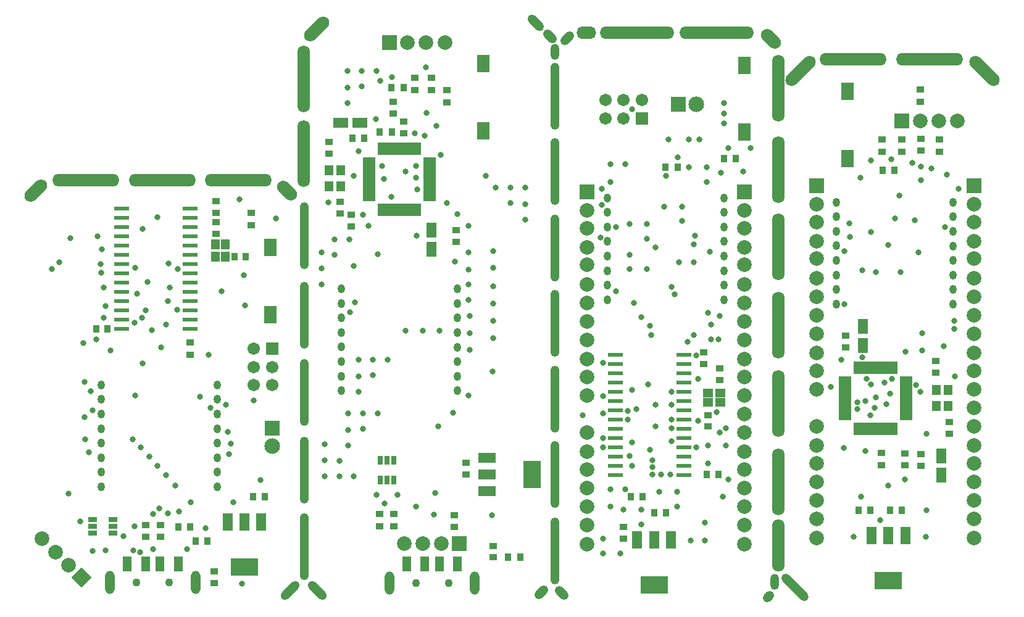
<source format=gts>
G04*
G04 #@! TF.GenerationSoftware,Altium Limited,Altium Designer,19.1.5 (86)*
G04*
G04 Layer_Color=8388736*
%FSLAX44Y44*%
%MOMM*%
G71*
G01*
G75*
%ADD18R,2.0000X0.6000*%
%ADD24R,1.2000X1.4000*%
%ADD27R,1.2000X2.0000*%
%ADD64C,1.1000*%
%ADD65O,1.3000X3.2000*%
%ADD122R,1.4224X2.4384*%
%ADD123R,3.8032X2.4032*%
%ADD124R,0.9032X1.0532*%
%ADD125R,1.8032X2.3832*%
%ADD126R,0.9900X0.9400*%
%ADD127R,1.4032X1.2032*%
%ADD128R,0.9400X0.9900*%
%ADD129O,1.0032X1.2032*%
%ADD130R,1.4332X2.0032*%
%ADD131R,0.4832X1.7632*%
%ADD132R,1.7632X0.4832*%
%ADD133R,1.0532X0.9032*%
%ADD134R,0.8032X1.2032*%
%ADD135R,2.0032X1.4332*%
%ADD136R,2.4384X1.4224*%
%ADD137R,2.4032X3.8032*%
%ADD138R,1.2032X1.4032*%
%ADD139R,1.2032X0.8032*%
G04:AMPARAMS|DCode=140|XSize=5.2032mm|YSize=1.7032mm|CornerRadius=0mm|HoleSize=0mm|Usage=FLASHONLY|Rotation=135.000|XOffset=0mm|YOffset=0mm|HoleType=Round|Shape=Round|*
%AMOVALD140*
21,1,3.5000,1.7032,0.0000,0.0000,135.0*
1,1,1.7032,1.2374,-1.2374*
1,1,1.7032,-1.2374,1.2374*
%
%ADD140OVALD140*%

G04:AMPARAMS|DCode=141|XSize=2.7032mm|YSize=1.2032mm|CornerRadius=0mm|HoleSize=0mm|Usage=FLASHONLY|Rotation=135.000|XOffset=0mm|YOffset=0mm|HoleType=Round|Shape=Round|*
%AMOVALD141*
21,1,1.5000,1.2032,0.0000,0.0000,135.0*
1,1,1.2032,0.5303,-0.5303*
1,1,1.2032,-0.5303,0.5303*
%
%ADD141OVALD141*%

G04:AMPARAMS|DCode=142|XSize=2.2032mm|YSize=1.2032mm|CornerRadius=0mm|HoleSize=0mm|Usage=FLASHONLY|Rotation=135.000|XOffset=0mm|YOffset=0mm|HoleType=Round|Shape=Round|*
%AMOVALD142*
21,1,1.0000,1.2032,0.0000,0.0000,135.0*
1,1,1.2032,0.3536,-0.3536*
1,1,1.2032,-0.3536,0.3536*
%
%ADD142OVALD142*%

%ADD143O,2.7032X1.7032*%
G04:AMPARAMS|DCode=144|XSize=2.2032mm|YSize=1.2032mm|CornerRadius=0mm|HoleSize=0mm|Usage=FLASHONLY|Rotation=45.000|XOffset=0mm|YOffset=0mm|HoleType=Round|Shape=Round|*
%AMOVALD144*
21,1,1.0000,1.2032,0.0000,0.0000,45.0*
1,1,1.2032,-0.3536,-0.3536*
1,1,1.2032,0.3536,0.3536*
%
%ADD144OVALD144*%

%ADD145O,1.2032X2.2032*%
%ADD146O,10.2032X1.7032*%
G04:AMPARAMS|DCode=147|XSize=3.2032mm|YSize=1.7032mm|CornerRadius=0mm|HoleSize=0mm|Usage=FLASHONLY|Rotation=135.000|XOffset=0mm|YOffset=0mm|HoleType=Round|Shape=Round|*
%AMOVALD147*
21,1,1.5000,1.7032,0.0000,0.0000,135.0*
1,1,1.7032,0.5303,-0.5303*
1,1,1.7032,-0.5303,0.5303*
%
%ADD147OVALD147*%

G04:AMPARAMS|DCode=148|XSize=5.2032mm|YSize=1.7032mm|CornerRadius=0mm|HoleSize=0mm|Usage=FLASHONLY|Rotation=45.000|XOffset=0mm|YOffset=0mm|HoleType=Round|Shape=Round|*
%AMOVALD148*
21,1,3.5000,1.7032,0.0000,0.0000,45.0*
1,1,1.7032,-1.2374,-1.2374*
1,1,1.7032,1.2374,1.2374*
%
%ADD148OVALD148*%

G04:AMPARAMS|DCode=149|XSize=1.7032mm|YSize=1.2032mm|CornerRadius=0mm|HoleSize=0mm|Usage=FLASHONLY|Rotation=45.000|XOffset=0mm|YOffset=0mm|HoleType=Round|Shape=Round|*
%AMOVALD149*
21,1,0.5000,1.2032,0.0000,0.0000,45.0*
1,1,1.2032,-0.1768,-0.1768*
1,1,1.2032,0.1768,0.1768*
%
%ADD149OVALD149*%

G04:AMPARAMS|DCode=150|XSize=4.8032mm|YSize=1.2032mm|CornerRadius=0mm|HoleSize=0mm|Usage=FLASHONLY|Rotation=315.000|XOffset=0mm|YOffset=0mm|HoleType=Round|Shape=Round|*
%AMOVALD150*
21,1,3.6000,1.2032,0.0000,0.0000,315.0*
1,1,1.2032,-1.2728,1.2728*
1,1,1.2032,1.2728,-1.2728*
%
%ADD150OVALD150*%

G04:AMPARAMS|DCode=151|XSize=3.2032mm|YSize=1.2032mm|CornerRadius=0mm|HoleSize=0mm|Usage=FLASHONLY|Rotation=135.000|XOffset=0mm|YOffset=0mm|HoleType=Round|Shape=Round|*
%AMOVALD151*
21,1,2.0000,1.2032,0.0000,0.0000,135.0*
1,1,1.2032,0.7071,-0.7071*
1,1,1.2032,-0.7071,0.7071*
%
%ADD151OVALD151*%

G04:AMPARAMS|DCode=152|XSize=4.2032mm|YSize=1.7032mm|CornerRadius=0mm|HoleSize=0mm|Usage=FLASHONLY|Rotation=45.000|XOffset=0mm|YOffset=0mm|HoleType=Round|Shape=Round|*
%AMOVALD152*
21,1,2.5000,1.7032,0.0000,0.0000,45.0*
1,1,1.7032,-0.8839,-0.8839*
1,1,1.7032,0.8839,0.8839*
%
%ADD152OVALD152*%

%ADD153O,9.2032X1.7032*%
%ADD154O,1.7032X9.2032*%
%ADD155O,1.7032X7.2032*%
%ADD156O,1.2032X9.2032*%
G04:AMPARAMS|DCode=157|XSize=3.2032mm|YSize=1.2032mm|CornerRadius=0mm|HoleSize=0mm|Usage=FLASHONLY|Rotation=45.000|XOffset=0mm|YOffset=0mm|HoleType=Round|Shape=Round|*
%AMOVALD157*
21,1,2.0000,1.2032,0.0000,0.0000,45.0*
1,1,1.2032,-0.7071,-0.7071*
1,1,1.2032,0.7071,0.7071*
%
%ADD157OVALD157*%

G04:AMPARAMS|DCode=158|XSize=3.7032mm|YSize=1.7032mm|CornerRadius=0mm|HoleSize=0mm|Usage=FLASHONLY|Rotation=45.000|XOffset=0mm|YOffset=0mm|HoleType=Round|Shape=Round|*
%AMOVALD158*
21,1,2.0000,1.7032,0.0000,0.0000,45.0*
1,1,1.7032,-0.7071,-0.7071*
1,1,1.7032,0.7071,0.7071*
%
%ADD158OVALD158*%

%ADD159R,2.0032X2.0032*%
%ADD160C,2.0032*%
%ADD161R,2.1400X2.1400*%
%ADD162C,2.1400*%
%ADD163R,1.7032X1.7032*%
%ADD164C,1.7032*%
%ADD165C,0.8032*%
%ADD166R,2.0032X2.0032*%
%ADD167P,2.8330X4X180.0*%
%ADD168R,2.1400X2.1400*%
%ADD169R,1.7032X1.7032*%
D18*
X812750Y175450D02*
D03*
Y188150D02*
D03*
Y200850D02*
D03*
Y213550D02*
D03*
Y226250D02*
D03*
Y238950D02*
D03*
Y251650D02*
D03*
Y264350D02*
D03*
Y277050D02*
D03*
Y289750D02*
D03*
Y302450D02*
D03*
Y315150D02*
D03*
Y327850D02*
D03*
Y340550D02*
D03*
X906750D02*
D03*
Y327850D02*
D03*
Y315150D02*
D03*
Y302450D02*
D03*
Y289750D02*
D03*
Y277050D02*
D03*
Y264350D02*
D03*
Y251650D02*
D03*
Y238950D02*
D03*
Y226250D02*
D03*
Y213550D02*
D03*
Y200850D02*
D03*
Y188150D02*
D03*
Y175450D02*
D03*
X134840Y375920D02*
D03*
Y388620D02*
D03*
Y401320D02*
D03*
Y414020D02*
D03*
Y426720D02*
D03*
Y439420D02*
D03*
Y452120D02*
D03*
Y464820D02*
D03*
Y477520D02*
D03*
Y490220D02*
D03*
Y502920D02*
D03*
Y515620D02*
D03*
Y528320D02*
D03*
Y541020D02*
D03*
X228840D02*
D03*
Y528320D02*
D03*
Y515620D02*
D03*
Y502920D02*
D03*
Y490220D02*
D03*
Y477520D02*
D03*
Y464820D02*
D03*
Y452120D02*
D03*
Y439420D02*
D03*
Y426720D02*
D03*
Y414020D02*
D03*
Y401320D02*
D03*
Y388620D02*
D03*
Y375920D02*
D03*
D24*
X1268850Y270250D02*
D03*
Y292250D02*
D03*
X1252850D02*
D03*
Y270250D02*
D03*
X435500Y593500D02*
D03*
Y571500D02*
D03*
X419500D02*
D03*
Y593500D02*
D03*
D27*
X596250Y53500D02*
D03*
X571250D02*
D03*
X551250D02*
D03*
X526250D02*
D03*
X143030Y53870D02*
D03*
X168030D02*
D03*
X188030D02*
D03*
X213030D02*
D03*
D64*
X583750Y27500D02*
D03*
X538750D02*
D03*
X155530Y27870D02*
D03*
X200530D02*
D03*
D65*
X619750Y27500D02*
D03*
X502750D02*
D03*
X119530Y27870D02*
D03*
X236530D02*
D03*
D122*
X888864Y86988D02*
D03*
X865750D02*
D03*
X842636D02*
D03*
X1210214Y92500D02*
D03*
X1187100D02*
D03*
X1163986D02*
D03*
X326874Y110998D02*
D03*
X303760D02*
D03*
X280646D02*
D03*
D123*
X865750Y25010D02*
D03*
X1187100Y30522D02*
D03*
X303760Y49020D02*
D03*
D124*
X881500Y598000D02*
D03*
X898000D02*
D03*
X961500Y610000D02*
D03*
X978000D02*
D03*
X937500Y176000D02*
D03*
X954000D02*
D03*
X522000Y707500D02*
D03*
X505500D02*
D03*
X505750Y646250D02*
D03*
X489250D02*
D03*
X665500Y62500D02*
D03*
X682000D02*
D03*
X236450Y85090D02*
D03*
X252950D02*
D03*
D125*
X989750Y738000D02*
D03*
Y646000D02*
D03*
X1130850Y610250D02*
D03*
Y702250D02*
D03*
X631250Y648000D02*
D03*
Y740000D02*
D03*
X339320Y395960D02*
D03*
Y487960D02*
D03*
D126*
X933750Y344000D02*
D03*
Y328000D02*
D03*
X939750Y242000D02*
D03*
Y258000D02*
D03*
X955750Y322000D02*
D03*
Y306000D02*
D03*
X823750Y104000D02*
D03*
Y88000D02*
D03*
X1209600Y188750D02*
D03*
Y204750D02*
D03*
X1232100Y188250D02*
D03*
Y204250D02*
D03*
X1128350Y366750D02*
D03*
Y350750D02*
D03*
X1252100Y316250D02*
D03*
Y332250D02*
D03*
X1270850Y248000D02*
D03*
Y232000D02*
D03*
X591250Y104500D02*
D03*
Y120500D02*
D03*
X420000Y633000D02*
D03*
Y617000D02*
D03*
X507500Y688000D02*
D03*
Y672000D02*
D03*
X607500Y192250D02*
D03*
Y176250D02*
D03*
X593750Y511750D02*
D03*
Y495750D02*
D03*
X645000Y78500D02*
D03*
Y62500D02*
D03*
X450000Y517000D02*
D03*
Y533000D02*
D03*
X435000Y550700D02*
D03*
Y534700D02*
D03*
X261850Y43560D02*
D03*
Y27560D02*
D03*
X264390Y506350D02*
D03*
Y522350D02*
D03*
Y551560D02*
D03*
Y535560D02*
D03*
D127*
X939250Y288500D02*
D03*
X956250D02*
D03*
Y275500D02*
D03*
X939250D02*
D03*
D128*
X865750Y124000D02*
D03*
X881750D02*
D03*
X833750Y146000D02*
D03*
X849750D02*
D03*
X1195100Y593750D02*
D03*
X1179100D02*
D03*
X1189100Y127500D02*
D03*
X1205100D02*
D03*
X1146600D02*
D03*
X1162600D02*
D03*
X468000Y637500D02*
D03*
X452000D02*
D03*
X331700Y146050D02*
D03*
X315700D02*
D03*
X289790Y474980D02*
D03*
X305790D02*
D03*
X213210Y104140D02*
D03*
X229210D02*
D03*
X100180Y375920D02*
D03*
X116180D02*
D03*
D129*
X961750Y416000D02*
D03*
Y436000D02*
D03*
Y456000D02*
D03*
Y475930D02*
D03*
Y496000D02*
D03*
Y516000D02*
D03*
Y536000D02*
D03*
Y556000D02*
D03*
X801750D02*
D03*
Y536000D02*
D03*
Y516000D02*
D03*
Y496000D02*
D03*
Y476000D02*
D03*
Y456000D02*
D03*
Y436000D02*
D03*
Y416000D02*
D03*
X1115850Y550000D02*
D03*
Y530000D02*
D03*
Y510000D02*
D03*
Y490070D02*
D03*
Y470000D02*
D03*
Y450000D02*
D03*
Y430000D02*
D03*
Y410000D02*
D03*
X1275850D02*
D03*
Y430000D02*
D03*
Y450000D02*
D03*
Y470000D02*
D03*
Y490000D02*
D03*
Y510000D02*
D03*
Y530000D02*
D03*
Y550000D02*
D03*
X436250Y291250D02*
D03*
Y311250D02*
D03*
Y331250D02*
D03*
Y351250D02*
D03*
Y371250D02*
D03*
Y391250D02*
D03*
Y411250D02*
D03*
Y431250D02*
D03*
X596250D02*
D03*
Y411250D02*
D03*
Y391250D02*
D03*
Y371250D02*
D03*
Y351180D02*
D03*
Y331250D02*
D03*
Y311250D02*
D03*
Y291250D02*
D03*
X266910Y159390D02*
D03*
Y179390D02*
D03*
Y199390D02*
D03*
Y219320D02*
D03*
Y239390D02*
D03*
Y259390D02*
D03*
Y279390D02*
D03*
Y299390D02*
D03*
X106910D02*
D03*
Y279390D02*
D03*
Y259390D02*
D03*
Y239390D02*
D03*
Y219390D02*
D03*
Y199390D02*
D03*
Y179390D02*
D03*
Y159390D02*
D03*
D130*
X1259600Y201850D02*
D03*
Y175650D02*
D03*
X1152100Y353150D02*
D03*
Y379350D02*
D03*
X560000Y485650D02*
D03*
Y511850D02*
D03*
D131*
X1197100Y323050D02*
D03*
X1192100D02*
D03*
X1187100D02*
D03*
X1182100D02*
D03*
X1177100D02*
D03*
X1172100D02*
D03*
X1167100D02*
D03*
X1162100D02*
D03*
X1157100D02*
D03*
X1152100D02*
D03*
X1147100D02*
D03*
X1142100D02*
D03*
Y239450D02*
D03*
X1147100D02*
D03*
X1152100D02*
D03*
X1157100D02*
D03*
X1162100D02*
D03*
X1167100D02*
D03*
X1172100D02*
D03*
X1177100D02*
D03*
X1182100D02*
D03*
X1187100D02*
D03*
X1192100D02*
D03*
X1197100D02*
D03*
X488750Y623050D02*
D03*
X493750D02*
D03*
X498750D02*
D03*
X503750D02*
D03*
X508750D02*
D03*
X513750D02*
D03*
X518750D02*
D03*
X523750D02*
D03*
X528750D02*
D03*
X533750D02*
D03*
X538750D02*
D03*
X543750D02*
D03*
Y539450D02*
D03*
X538750D02*
D03*
X533750D02*
D03*
X528750D02*
D03*
X523750D02*
D03*
X518750D02*
D03*
X513750D02*
D03*
X508750D02*
D03*
X503750D02*
D03*
X498750D02*
D03*
X493750D02*
D03*
X488750D02*
D03*
D132*
X1211400Y253750D02*
D03*
Y258750D02*
D03*
Y263750D02*
D03*
Y268750D02*
D03*
Y273750D02*
D03*
Y278750D02*
D03*
Y283750D02*
D03*
Y288750D02*
D03*
Y293750D02*
D03*
Y298750D02*
D03*
Y303750D02*
D03*
Y308750D02*
D03*
X1127800D02*
D03*
Y303750D02*
D03*
Y298750D02*
D03*
Y293750D02*
D03*
Y288750D02*
D03*
Y283750D02*
D03*
Y278750D02*
D03*
Y273750D02*
D03*
Y268750D02*
D03*
Y263750D02*
D03*
Y258750D02*
D03*
Y253750D02*
D03*
X558050Y608750D02*
D03*
Y603750D02*
D03*
Y598750D02*
D03*
Y593750D02*
D03*
Y588750D02*
D03*
Y583750D02*
D03*
Y578750D02*
D03*
Y573750D02*
D03*
Y568750D02*
D03*
Y563750D02*
D03*
Y558750D02*
D03*
Y553750D02*
D03*
X474450D02*
D03*
Y558750D02*
D03*
Y563750D02*
D03*
Y568750D02*
D03*
Y573750D02*
D03*
Y578750D02*
D03*
Y583750D02*
D03*
Y588750D02*
D03*
Y593750D02*
D03*
Y598750D02*
D03*
Y603750D02*
D03*
Y608750D02*
D03*
D133*
X1257100Y619250D02*
D03*
Y635750D02*
D03*
X1232100Y620500D02*
D03*
Y637000D02*
D03*
X1178350Y619250D02*
D03*
Y635750D02*
D03*
X1205850Y619250D02*
D03*
Y635750D02*
D03*
X1230850Y704500D02*
D03*
Y688000D02*
D03*
X1177100Y189250D02*
D03*
Y205750D02*
D03*
X560000Y720750D02*
D03*
Y704250D02*
D03*
X522500Y660750D02*
D03*
Y644250D02*
D03*
X581250Y687250D02*
D03*
Y703750D02*
D03*
X537500Y720750D02*
D03*
Y704250D02*
D03*
X488750Y122000D02*
D03*
Y105500D02*
D03*
X508750Y122000D02*
D03*
Y105500D02*
D03*
X312650Y518800D02*
D03*
Y535300D02*
D03*
X228830Y357500D02*
D03*
Y341000D02*
D03*
X188190Y107310D02*
D03*
Y90810D02*
D03*
X168030Y107310D02*
D03*
Y90810D02*
D03*
D134*
X489750Y196250D02*
D03*
X499250D02*
D03*
X508750D02*
D03*
Y168750D02*
D03*
X499250D02*
D03*
X489750D02*
D03*
D135*
X435650Y658750D02*
D03*
X461850D02*
D03*
D136*
X636512Y199364D02*
D03*
Y176250D02*
D03*
Y153136D02*
D03*
D137*
X698490Y176250D02*
D03*
D138*
X264240Y475370D02*
D03*
Y492370D02*
D03*
X277240D02*
D03*
Y475370D02*
D03*
D139*
X95700Y114910D02*
D03*
Y105410D02*
D03*
Y95910D02*
D03*
X123200D02*
D03*
Y105410D02*
D03*
Y114910D02*
D03*
D140*
X1318750Y730000D02*
D03*
D141*
X703750Y796250D02*
D03*
D142*
X722500Y777500D02*
D03*
X738750Y13750D02*
D03*
D143*
X772500Y782500D02*
D03*
D144*
X746250Y775000D02*
D03*
X711250Y15000D02*
D03*
D145*
X730000Y756250D02*
D03*
X1031250Y28750D02*
D03*
D146*
X842500Y782500D02*
D03*
X951250D02*
D03*
D147*
X1026250Y773750D02*
D03*
X362500Y566250D02*
D03*
D148*
X1066250Y730000D02*
D03*
D149*
X1022500Y8750D02*
D03*
D150*
X1058750Y21250D02*
D03*
D151*
X403750Y17500D02*
D03*
D152*
X402500Y787500D02*
D03*
D153*
X1243750Y746250D02*
D03*
X1138750D02*
D03*
X86250Y580000D02*
D03*
X191250D02*
D03*
X295000D02*
D03*
D154*
X1036250Y706250D02*
D03*
Y595000D02*
D03*
Y488750D02*
D03*
Y381250D02*
D03*
Y273750D02*
D03*
Y166250D02*
D03*
X385000Y718750D02*
D03*
Y616250D02*
D03*
D155*
X1036250Y78750D02*
D03*
D156*
X730000Y695000D02*
D03*
Y592500D02*
D03*
Y487500D02*
D03*
Y383750D02*
D03*
Y280000D02*
D03*
Y176250D02*
D03*
Y71250D02*
D03*
X386250Y503750D02*
D03*
Y395000D02*
D03*
Y288750D02*
D03*
Y182500D02*
D03*
Y77500D02*
D03*
D157*
X366250Y17500D02*
D03*
D158*
X17500Y566250D02*
D03*
D159*
X774010Y564000D02*
D03*
X989750D02*
D03*
X1304600Y572500D02*
D03*
X1088860D02*
D03*
D160*
X774010Y234000D02*
D03*
Y539000D02*
D03*
Y208000D02*
D03*
Y514000D02*
D03*
Y183000D02*
D03*
Y488000D02*
D03*
Y158000D02*
D03*
Y464000D02*
D03*
Y132000D02*
D03*
Y437000D02*
D03*
Y285000D02*
D03*
Y310000D02*
D03*
Y335000D02*
D03*
Y361000D02*
D03*
Y386000D02*
D03*
Y412000D02*
D03*
Y107000D02*
D03*
Y81000D02*
D03*
X989750D02*
D03*
Y107000D02*
D03*
Y412000D02*
D03*
Y386000D02*
D03*
Y361000D02*
D03*
Y335000D02*
D03*
Y310000D02*
D03*
Y285000D02*
D03*
Y437000D02*
D03*
Y132000D02*
D03*
Y464000D02*
D03*
Y158000D02*
D03*
Y488000D02*
D03*
Y183000D02*
D03*
Y514000D02*
D03*
Y208000D02*
D03*
Y539000D02*
D03*
Y234000D02*
D03*
Y259000D02*
D03*
X1230850Y661250D02*
D03*
X1255850D02*
D03*
X1281850D02*
D03*
X1304600Y267500D02*
D03*
Y242500D02*
D03*
Y547500D02*
D03*
Y216500D02*
D03*
Y522500D02*
D03*
Y191500D02*
D03*
Y496500D02*
D03*
Y166500D02*
D03*
Y472500D02*
D03*
Y140500D02*
D03*
Y445500D02*
D03*
Y293500D02*
D03*
Y318500D02*
D03*
Y343500D02*
D03*
Y369500D02*
D03*
Y394500D02*
D03*
Y420500D02*
D03*
Y115500D02*
D03*
Y89500D02*
D03*
X1088860Y242500D02*
D03*
Y547500D02*
D03*
Y216500D02*
D03*
Y522500D02*
D03*
Y191500D02*
D03*
Y496500D02*
D03*
Y166500D02*
D03*
Y472500D02*
D03*
Y140500D02*
D03*
Y445500D02*
D03*
Y293500D02*
D03*
Y318500D02*
D03*
Y343500D02*
D03*
Y369500D02*
D03*
Y394500D02*
D03*
Y420500D02*
D03*
Y115500D02*
D03*
Y89500D02*
D03*
X573750Y81250D02*
D03*
X548750D02*
D03*
X522750D02*
D03*
X527500Y768750D02*
D03*
X552500D02*
D03*
X578500D02*
D03*
X62478Y52322D02*
D03*
X44800Y70000D02*
D03*
X26415Y88385D02*
D03*
D161*
X898750Y684000D02*
D03*
D162*
X923750D02*
D03*
X341860Y215030D02*
D03*
D163*
X849150Y664600D02*
D03*
D164*
Y690000D02*
D03*
X823750D02*
D03*
X798650D02*
D03*
Y664600D02*
D03*
X823750D02*
D03*
X341860Y323850D02*
D03*
Y298750D02*
D03*
X316460D02*
D03*
Y323850D02*
D03*
Y349250D02*
D03*
D165*
X941750Y482000D02*
D03*
X881750Y586000D02*
D03*
X921750Y504000D02*
D03*
X897875Y611875D02*
D03*
X923750Y340000D02*
D03*
X911750Y358000D02*
D03*
X955750Y394000D02*
D03*
X943750Y382000D02*
D03*
Y362000D02*
D03*
X793750Y568000D02*
D03*
Y546000D02*
D03*
X795750Y330000D02*
D03*
Y284000D02*
D03*
Y260000D02*
D03*
X767750Y258000D02*
D03*
X967750Y170000D02*
D03*
X959750Y146000D02*
D03*
X955750Y234000D02*
D03*
X925750Y250000D02*
D03*
X951750Y262000D02*
D03*
X939750Y216000D02*
D03*
Y192000D02*
D03*
X889750Y222000D02*
D03*
Y290000D02*
D03*
Y272000D02*
D03*
X867750Y242000D02*
D03*
Y272000D02*
D03*
X857750Y300000D02*
D03*
X841750Y266000D02*
D03*
X835750Y188000D02*
D03*
Y220000D02*
D03*
Y292000D02*
D03*
X859750Y380000D02*
D03*
X847750Y392000D02*
D03*
X889750Y434000D02*
D03*
X835750Y678000D02*
D03*
X997750Y624000D02*
D03*
X967750D02*
D03*
X987750Y592000D02*
D03*
X961750Y686000D02*
D03*
Y672000D02*
D03*
Y658000D02*
D03*
X927750Y636000D02*
D03*
X913750D02*
D03*
X885750D02*
D03*
X937750Y578000D02*
D03*
Y598000D02*
D03*
X913750D02*
D03*
X825750Y602000D02*
D03*
X805750D02*
D03*
Y578000D02*
D03*
X855750Y500000D02*
D03*
Y520000D02*
D03*
X831750D02*
D03*
X903750Y524000D02*
D03*
Y544000D02*
D03*
X879750D02*
D03*
X899750Y468000D02*
D03*
X919750D02*
D03*
Y492000D02*
D03*
X831750Y478000D02*
D03*
Y458000D02*
D03*
X855750D02*
D03*
X863600Y196150D02*
D03*
Y186150D02*
D03*
Y176150D02*
D03*
X875600D02*
D03*
X887600D02*
D03*
X795750Y88000D02*
D03*
Y68000D02*
D03*
X819750D02*
D03*
X825750Y156000D02*
D03*
X805750D02*
D03*
Y132000D02*
D03*
X847750Y108000D02*
D03*
Y128000D02*
D03*
X823750D02*
D03*
X897000Y132500D02*
D03*
Y152500D02*
D03*
X873000D02*
D03*
X935750Y110000D02*
D03*
Y86000D02*
D03*
X915750D02*
D03*
X867750Y488000D02*
D03*
X859750Y210000D02*
D03*
X831750Y202000D02*
D03*
X963750Y240000D02*
D03*
Y216000D02*
D03*
X957750Y590000D02*
D03*
X792673Y501077D02*
D03*
X795750Y214000D02*
D03*
X893750Y424000D02*
D03*
X795750Y226000D02*
D03*
X813750Y516000D02*
D03*
X939750Y398000D02*
D03*
X953750Y362000D02*
D03*
X925750Y308000D02*
D03*
X919750Y368000D02*
D03*
X861750D02*
D03*
X813750Y428000D02*
D03*
X837750Y412000D02*
D03*
X889750Y240000D02*
D03*
X829750Y252000D02*
D03*
X923750Y214000D02*
D03*
X889750Y252000D02*
D03*
X829750Y264000D02*
D03*
X1150850Y337500D02*
D03*
X1224600Y298750D02*
D03*
X1230850Y290000D02*
D03*
X1155850Y208750D02*
D03*
X1175850Y113750D02*
D03*
X1278350Y311250D02*
D03*
X1263350Y352500D02*
D03*
X1283350Y568750D02*
D03*
X1267100Y587500D02*
D03*
X1163350Y607500D02*
D03*
X1190850Y608750D02*
D03*
X1219600Y603750D02*
D03*
X1232100Y580000D02*
D03*
X1228350Y481250D02*
D03*
X1223350Y525000D02*
D03*
X1187100Y491250D02*
D03*
X1133350Y521250D02*
D03*
X1163350Y508750D02*
D03*
X1150850Y456250D02*
D03*
X1233350Y370000D02*
D03*
X1210850Y345000D02*
D03*
X1184600Y272500D02*
D03*
X1125850Y212500D02*
D03*
X1149600Y146250D02*
D03*
X1187100Y161250D02*
D03*
X1209600Y170000D02*
D03*
X1239600Y232500D02*
D03*
Y127500D02*
D03*
X1232100Y598750D02*
D03*
X1148350Y583750D02*
D03*
X1144763Y275170D02*
D03*
X1144600Y266250D02*
D03*
X1202100Y558750D02*
D03*
X1277100Y387500D02*
D03*
X1233350Y346250D02*
D03*
X1163350Y300000D02*
D03*
X1122100Y333750D02*
D03*
X1108350Y296250D02*
D03*
X1169600Y282500D02*
D03*
X1189600Y287500D02*
D03*
X1277100Y376250D02*
D03*
X1155850Y277500D02*
D03*
X1139600Y91250D02*
D03*
X1238350D02*
D03*
X1245850Y596250D02*
D03*
X1195850Y527500D02*
D03*
X1169600Y453750D02*
D03*
X1182100Y302500D02*
D03*
X1134600Y502500D02*
D03*
X1127100Y482500D02*
D03*
X1168350Y267500D02*
D03*
X1162100Y257500D02*
D03*
X1203350Y453750D02*
D03*
X1264600Y516250D02*
D03*
X1192100Y307500D02*
D03*
X1127100Y410000D02*
D03*
X1157100Y307500D02*
D03*
X553000Y735000D02*
D03*
X643649Y120101D02*
D03*
X473750Y517500D02*
D03*
X495003Y581875D02*
D03*
X572792Y614709D02*
D03*
X505750Y721250D02*
D03*
X448750Y398750D02*
D03*
X466250Y532500D02*
D03*
X418750Y550000D02*
D03*
X563750Y121250D02*
D03*
X565000Y151250D02*
D03*
X570000Y242500D02*
D03*
X590000Y261250D02*
D03*
X611250Y285000D02*
D03*
X643750Y317500D02*
D03*
X581250Y548750D02*
D03*
X596250Y533750D02*
D03*
X611250Y517500D02*
D03*
X490000Y716250D02*
D03*
X460000Y620000D02*
D03*
X492500Y600000D02*
D03*
X525000Y592500D02*
D03*
X505000Y557500D02*
D03*
X483750Y663750D02*
D03*
X553750Y672500D02*
D03*
X453750Y462500D02*
D03*
X486250Y478750D02*
D03*
X460000Y290000D02*
D03*
X480000Y312500D02*
D03*
X460000Y311250D02*
D03*
Y333750D02*
D03*
X480000D02*
D03*
X500000D02*
D03*
X525000Y373750D02*
D03*
X548750D02*
D03*
X571250D02*
D03*
X540000Y503750D02*
D03*
X592500Y468750D02*
D03*
X611250Y481250D02*
D03*
Y457500D02*
D03*
Y437500D02*
D03*
Y416250D02*
D03*
X612500Y393750D02*
D03*
Y370000D02*
D03*
X645000Y482500D02*
D03*
Y460000D02*
D03*
Y435000D02*
D03*
Y411250D02*
D03*
X645000Y387500D02*
D03*
Y363750D02*
D03*
X485000Y730000D02*
D03*
X465000D02*
D03*
X445000D02*
D03*
Y707500D02*
D03*
X465000Y708750D02*
D03*
X445000Y686250D02*
D03*
X447500Y498750D02*
D03*
X427500D02*
D03*
X410000Y481250D02*
D03*
Y458750D02*
D03*
X427500Y477500D02*
D03*
X410000Y437500D02*
D03*
X635069Y586031D02*
D03*
X648750Y570000D02*
D03*
X668750D02*
D03*
X688750D02*
D03*
Y547500D02*
D03*
X668750Y548750D02*
D03*
X688750Y526250D02*
D03*
X486250Y260000D02*
D03*
X466250D02*
D03*
X446250D02*
D03*
Y237500D02*
D03*
X466250Y238750D02*
D03*
X446250Y216250D02*
D03*
X413750Y217500D02*
D03*
X433750Y195000D02*
D03*
X413750Y196250D02*
D03*
Y173750D02*
D03*
X433750D02*
D03*
X453750D02*
D03*
X538750Y132500D02*
D03*
X567000Y655000D02*
D03*
X455000Y412500D02*
D03*
X538750Y583750D02*
D03*
Y600000D02*
D03*
X540982Y567350D02*
D03*
X551250Y641257D02*
D03*
X612500Y347500D02*
D03*
X537500Y644500D02*
D03*
X453750Y586250D02*
D03*
X496243Y136253D02*
D03*
X513750Y148750D02*
D03*
X485000D02*
D03*
X160800Y70000D02*
D03*
X224800Y74000D02*
D03*
X296800Y554000D02*
D03*
X346800Y528000D02*
D03*
X302800Y450000D02*
D03*
X304800Y408000D02*
D03*
X299950Y26670D02*
D03*
X82780Y356870D02*
D03*
X108180Y485140D02*
D03*
X110720Y433070D02*
D03*
X119610Y346710D02*
D03*
X100560Y361950D02*
D03*
X110720Y391160D02*
D03*
X113260Y407670D02*
D03*
X212320Y458470D02*
D03*
X211050Y402590D02*
D03*
X195810Y382270D02*
D03*
X176760Y374650D02*
D03*
X170410Y440690D02*
D03*
X152630Y384810D02*
D03*
X156440Y424180D02*
D03*
X167870Y401320D02*
D03*
X153900Y459740D02*
D03*
X164060Y513080D02*
D03*
X184380Y529590D02*
D03*
X316460Y278130D02*
D03*
X325350Y168910D02*
D03*
X278360Y271780D02*
D03*
X280900Y234950D02*
D03*
X282170Y204470D02*
D03*
X150090Y224790D02*
D03*
X161520Y213360D02*
D03*
X172950Y200660D02*
D03*
X184380Y187960D02*
D03*
X195810Y175260D02*
D03*
X208510Y161290D02*
D03*
X84050Y303530D02*
D03*
Y255270D02*
D03*
X85320Y224790D02*
D03*
X90400Y207010D02*
D03*
X62460Y149860D02*
D03*
X78800Y112000D02*
D03*
X95480Y71120D02*
D03*
X113260Y72390D02*
D03*
X151360D02*
D03*
X178030Y73660D02*
D03*
Y121920D02*
D03*
X198350Y123190D02*
D03*
X230100Y138430D02*
D03*
X288520D02*
D03*
X250420Y102870D02*
D03*
X92940Y290830D02*
D03*
X95480Y264160D02*
D03*
X256770Y267970D02*
D03*
X106275Y465455D02*
D03*
X106910Y453390D02*
D03*
X39600Y458470D02*
D03*
X49760Y467360D02*
D03*
X65000Y500380D02*
D03*
X137390Y91440D02*
D03*
X152630Y105410D02*
D03*
X213590Y125730D02*
D03*
X254230Y340360D02*
D03*
X162790Y391160D02*
D03*
X199620Y466090D02*
D03*
X284710Y218440D02*
D03*
X189460Y350520D02*
D03*
X242800Y283210D02*
D03*
X153900Y284480D02*
D03*
X164060Y328930D02*
D03*
X198350Y414020D02*
D03*
X200890Y433070D02*
D03*
X272010Y427990D02*
D03*
X101830Y502920D02*
D03*
X186920Y129540D02*
D03*
D166*
X1205850Y661250D02*
D03*
X598750Y81250D02*
D03*
X502500Y768750D02*
D03*
D167*
X80155Y34645D02*
D03*
D168*
X341860Y240030D02*
D03*
D169*
Y349250D02*
D03*
M02*

</source>
